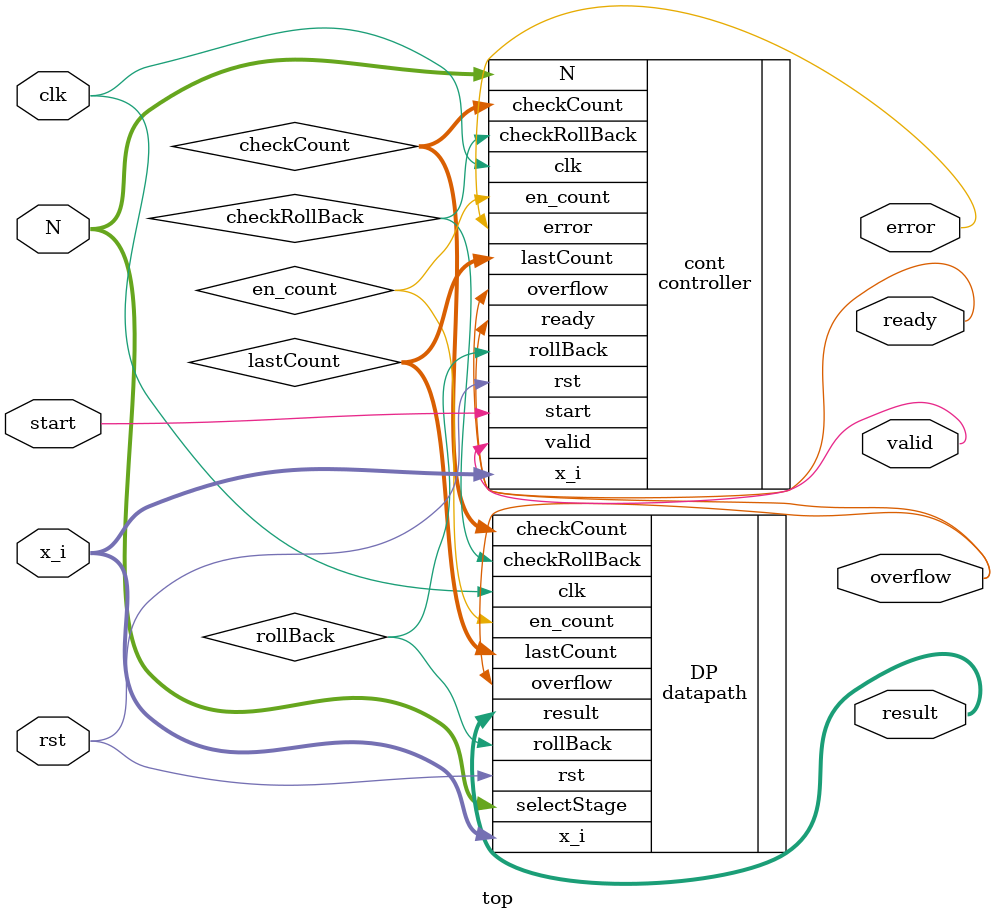
<source format=v>
module top
#(
    parameter RES_SIZE = 32,
    parameter IN_SIZE = 8,
    parameter ACC_SIZE = 3
)
(
    input clk,
    input rst,
    input start,
    input [ACC_SIZE-1:0] N,
    input [IN_SIZE-1:0] x_i,
    output [RES_SIZE-1:0] result,
    output ready,
    output valid,
    output error,
    output overflow
);

wire checkRollBack;
wire rollBack;
wire en_count;
wire [ACC_SIZE-1:0] checkCount;
wire [ACC_SIZE-1:0] lastCount;

datapath
#(
    .RES_SIZE(RES_SIZE),
    .IN_SIZE(IN_SIZE),
    .ACC_SIZE(ACC_SIZE)
)
DP
(
    .clk(clk),
    .rst(rst),
    .rollBack(rollBack),
    .en_count(en_count),
    .x_i(x_i),
    .selectStage(N),
    .checkRollBack(checkRollBack),
    .checkCount(checkCount),
    .result(result),
    .lastCount(lastCount),
    .overflow(overflow)
);


controller
#(
    .RES_SIZE(RES_SIZE),
    .IN_SIZE(IN_SIZE),
    .ACC_SIZE(ACC_SIZE)
)
cont
(
    .clk(clk),
    .rst(rst),
    .checkRollBack(checkRollBack),
    .overflow(overflow),
    .N(N),
    .start(start),
    .checkCount(checkCount),
    .lastCount(lastCount),
    .x_i(x_i),
    .rollBack(rollBack),
    .ready(ready),
    .valid(valid),
    .en_count(en_count),
    .error(error)
);



endmodule
</source>
